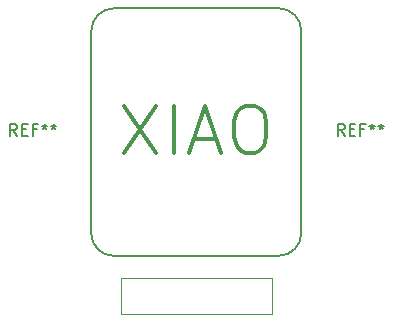
<source format=gbr>
%TF.GenerationSoftware,KiCad,Pcbnew,7.0.9*%
%TF.CreationDate,2023-12-16T17:23:44+09:00*%
%TF.ProjectId,LineIntegratedBoard,4c696e65-496e-4746-9567-726174656442,rev?*%
%TF.SameCoordinates,Original*%
%TF.FileFunction,Legend,Top*%
%TF.FilePolarity,Positive*%
%FSLAX46Y46*%
G04 Gerber Fmt 4.6, Leading zero omitted, Abs format (unit mm)*
G04 Created by KiCad (PCBNEW 7.0.9) date 2023-12-16 17:23:44*
%MOMM*%
%LPD*%
G01*
G04 APERTURE LIST*
%ADD10C,0.150000*%
%ADD11C,0.300000*%
%ADD12C,0.120000*%
%ADD13C,0.200000*%
G04 APERTURE END LIST*
D10*
X137198266Y-87424819D02*
X136864933Y-86948628D01*
X136626838Y-87424819D02*
X136626838Y-86424819D01*
X136626838Y-86424819D02*
X137007790Y-86424819D01*
X137007790Y-86424819D02*
X137103028Y-86472438D01*
X137103028Y-86472438D02*
X137150647Y-86520057D01*
X137150647Y-86520057D02*
X137198266Y-86615295D01*
X137198266Y-86615295D02*
X137198266Y-86758152D01*
X137198266Y-86758152D02*
X137150647Y-86853390D01*
X137150647Y-86853390D02*
X137103028Y-86901009D01*
X137103028Y-86901009D02*
X137007790Y-86948628D01*
X137007790Y-86948628D02*
X136626838Y-86948628D01*
X137626838Y-86901009D02*
X137960171Y-86901009D01*
X138103028Y-87424819D02*
X137626838Y-87424819D01*
X137626838Y-87424819D02*
X137626838Y-86424819D01*
X137626838Y-86424819D02*
X138103028Y-86424819D01*
X138864933Y-86901009D02*
X138531600Y-86901009D01*
X138531600Y-87424819D02*
X138531600Y-86424819D01*
X138531600Y-86424819D02*
X139007790Y-86424819D01*
X139531600Y-86424819D02*
X139531600Y-86662914D01*
X139293505Y-86567676D02*
X139531600Y-86662914D01*
X139531600Y-86662914D02*
X139769695Y-86567676D01*
X139388743Y-86853390D02*
X139531600Y-86662914D01*
X139531600Y-86662914D02*
X139674457Y-86853390D01*
X140293505Y-86424819D02*
X140293505Y-86662914D01*
X140055410Y-86567676D02*
X140293505Y-86662914D01*
X140293505Y-86662914D02*
X140531600Y-86567676D01*
X140150648Y-86853390D02*
X140293505Y-86662914D01*
X140293505Y-86662914D02*
X140436362Y-86853390D01*
X164935066Y-87424819D02*
X164601733Y-86948628D01*
X164363638Y-87424819D02*
X164363638Y-86424819D01*
X164363638Y-86424819D02*
X164744590Y-86424819D01*
X164744590Y-86424819D02*
X164839828Y-86472438D01*
X164839828Y-86472438D02*
X164887447Y-86520057D01*
X164887447Y-86520057D02*
X164935066Y-86615295D01*
X164935066Y-86615295D02*
X164935066Y-86758152D01*
X164935066Y-86758152D02*
X164887447Y-86853390D01*
X164887447Y-86853390D02*
X164839828Y-86901009D01*
X164839828Y-86901009D02*
X164744590Y-86948628D01*
X164744590Y-86948628D02*
X164363638Y-86948628D01*
X165363638Y-86901009D02*
X165696971Y-86901009D01*
X165839828Y-87424819D02*
X165363638Y-87424819D01*
X165363638Y-87424819D02*
X165363638Y-86424819D01*
X165363638Y-86424819D02*
X165839828Y-86424819D01*
X166601733Y-86901009D02*
X166268400Y-86901009D01*
X166268400Y-87424819D02*
X166268400Y-86424819D01*
X166268400Y-86424819D02*
X166744590Y-86424819D01*
X167268400Y-86424819D02*
X167268400Y-86662914D01*
X167030305Y-86567676D02*
X167268400Y-86662914D01*
X167268400Y-86662914D02*
X167506495Y-86567676D01*
X167125543Y-86853390D02*
X167268400Y-86662914D01*
X167268400Y-86662914D02*
X167411257Y-86853390D01*
X168030305Y-86424819D02*
X168030305Y-86662914D01*
X167792210Y-86567676D02*
X168030305Y-86662914D01*
X168030305Y-86662914D02*
X168268400Y-86567676D01*
X167887448Y-86853390D02*
X168030305Y-86662914D01*
X168030305Y-86662914D02*
X168173162Y-86853390D01*
D11*
X146276759Y-84888863D02*
X148943426Y-88888863D01*
X148943426Y-84888863D02*
X146276759Y-88888863D01*
X150467235Y-88888863D02*
X150467235Y-84888863D01*
X152181521Y-87746006D02*
X154086283Y-87746006D01*
X151800569Y-88888863D02*
X153133902Y-84888863D01*
X153133902Y-84888863D02*
X154467236Y-88888863D01*
X156562473Y-84888863D02*
X157324378Y-84888863D01*
X157324378Y-84888863D02*
X157705330Y-85079339D01*
X157705330Y-85079339D02*
X158086283Y-85460291D01*
X158086283Y-85460291D02*
X158276759Y-86222196D01*
X158276759Y-86222196D02*
X158276759Y-87555529D01*
X158276759Y-87555529D02*
X158086283Y-88317434D01*
X158086283Y-88317434D02*
X157705330Y-88698387D01*
X157705330Y-88698387D02*
X157324378Y-88888863D01*
X157324378Y-88888863D02*
X156562473Y-88888863D01*
X156562473Y-88888863D02*
X156181521Y-88698387D01*
X156181521Y-88698387D02*
X155800568Y-88317434D01*
X155800568Y-88317434D02*
X155610092Y-87555529D01*
X155610092Y-87555529D02*
X155610092Y-86222196D01*
X155610092Y-86222196D02*
X155800568Y-85460291D01*
X155800568Y-85460291D02*
X156181521Y-85079339D01*
X156181521Y-85079339D02*
X156562473Y-84888863D01*
D12*
%TO.C,J4*%
X158750000Y-102489000D02*
X145990000Y-102489000D01*
X158750000Y-99441000D02*
X145990000Y-99441000D01*
X145990000Y-99441000D02*
X145990000Y-102489000D01*
X158750000Y-99441000D02*
X158750000Y-102489000D01*
D13*
%TO.C,U2*%
X143481997Y-95689987D02*
G75*
G03*
X145386997Y-97594987I1905000J0D01*
G01*
X159356997Y-97594987D02*
G75*
G03*
X161261997Y-95689987I0J1905000D01*
G01*
X161261997Y-78544987D02*
G75*
G03*
X159356997Y-76639987I-1905000J0D01*
G01*
X145386997Y-76639987D02*
G75*
G03*
X143481997Y-78544987I0J-1905000D01*
G01*
X143481997Y-78544987D02*
X143481997Y-95689987D01*
X159356997Y-76639987D02*
X145386997Y-76639987D01*
X161261997Y-95689987D02*
X161261997Y-78544987D01*
X145386997Y-97594987D02*
X159356997Y-97594987D01*
%TD*%
M02*

</source>
